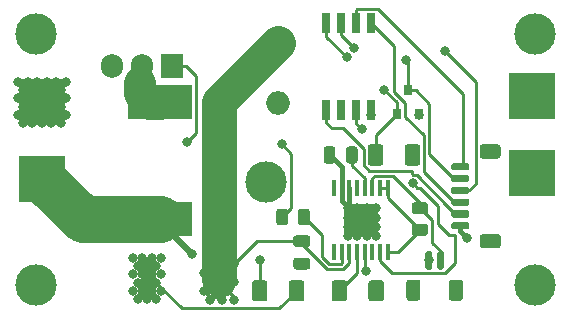
<source format=gbr>
%TF.GenerationSoftware,KiCad,Pcbnew,(5.1.9-0-10_14)*%
%TF.CreationDate,2021-02-27T23:24:30+08:00*%
%TF.ProjectId,xhp70-driver,78687037-302d-4647-9269-7665722e6b69,rev?*%
%TF.SameCoordinates,Original*%
%TF.FileFunction,Copper,L1,Top*%
%TF.FilePolarity,Positive*%
%FSLAX46Y46*%
G04 Gerber Fmt 4.6, Leading zero omitted, Abs format (unit mm)*
G04 Created by KiCad (PCBNEW (5.1.9-0-10_14)) date 2021-02-27 23:24:30*
%MOMM*%
%LPD*%
G01*
G04 APERTURE LIST*
%TA.AperFunction,ComponentPad*%
%ADD10C,3.500000*%
%TD*%
%TA.AperFunction,ComponentPad*%
%ADD11O,1.905000X2.000000*%
%TD*%
%TA.AperFunction,ComponentPad*%
%ADD12R,1.905000X2.000000*%
%TD*%
%TA.AperFunction,ComponentPad*%
%ADD13O,2.000000X2.000000*%
%TD*%
%TA.AperFunction,ComponentPad*%
%ADD14R,2.000000X2.000000*%
%TD*%
%TA.AperFunction,SMDPad,CuDef*%
%ADD15R,0.800000X0.900000*%
%TD*%
%TA.AperFunction,SMDPad,CuDef*%
%ADD16R,0.650000X1.700000*%
%TD*%
%TA.AperFunction,SMDPad,CuDef*%
%ADD17R,2.940000X2.720000*%
%TD*%
%TA.AperFunction,SMDPad,CuDef*%
%ADD18R,0.350000X1.400000*%
%TD*%
%TA.AperFunction,SMDPad,CuDef*%
%ADD19R,5.400000X2.900000*%
%TD*%
%TA.AperFunction,SMDPad,CuDef*%
%ADD20R,4.000000X4.000000*%
%TD*%
%TA.AperFunction,ViaPad*%
%ADD21C,0.800000*%
%TD*%
%TA.AperFunction,Conductor*%
%ADD22C,2.700000*%
%TD*%
%TA.AperFunction,Conductor*%
%ADD23C,3.000000*%
%TD*%
%TA.AperFunction,Conductor*%
%ADD24C,0.400000*%
%TD*%
%TA.AperFunction,Conductor*%
%ADD25C,0.250000*%
%TD*%
%TA.AperFunction,Conductor*%
%ADD26C,4.000000*%
%TD*%
%TA.AperFunction,Conductor*%
%ADD27C,0.500000*%
%TD*%
G04 APERTURE END LIST*
D10*
%TO.P,H3,1*%
%TO.N,N/C*%
X156750000Y-74500000D03*
%TD*%
%TO.P,J2,MP*%
%TO.N,N/C*%
%TA.AperFunction,SMDPad,CuDef*%
G36*
G01*
X152299999Y-70200000D02*
X153600001Y-70200000D01*
G75*
G02*
X153850000Y-70449999I0J-249999D01*
G01*
X153850000Y-71150001D01*
G75*
G02*
X153600001Y-71400000I-249999J0D01*
G01*
X152299999Y-71400000D01*
G75*
G02*
X152050000Y-71150001I0J249999D01*
G01*
X152050000Y-70449999D01*
G75*
G02*
X152299999Y-70200000I249999J0D01*
G01*
G37*
%TD.AperFunction*%
%TA.AperFunction,SMDPad,CuDef*%
G36*
G01*
X152299999Y-62600000D02*
X153600001Y-62600000D01*
G75*
G02*
X153850000Y-62849999I0J-249999D01*
G01*
X153850000Y-63550001D01*
G75*
G02*
X153600001Y-63800000I-249999J0D01*
G01*
X152299999Y-63800000D01*
G75*
G02*
X152050000Y-63550001I0J249999D01*
G01*
X152050000Y-62849999D01*
G75*
G02*
X152299999Y-62600000I249999J0D01*
G01*
G37*
%TD.AperFunction*%
%TO.P,J2,6*%
%TO.N,GND*%
%TA.AperFunction,SMDPad,CuDef*%
G36*
G01*
X149800000Y-69200000D02*
X151050000Y-69200000D01*
G75*
G02*
X151200000Y-69350000I0J-150000D01*
G01*
X151200000Y-69650000D01*
G75*
G02*
X151050000Y-69800000I-150000J0D01*
G01*
X149800000Y-69800000D01*
G75*
G02*
X149650000Y-69650000I0J150000D01*
G01*
X149650000Y-69350000D01*
G75*
G02*
X149800000Y-69200000I150000J0D01*
G01*
G37*
%TD.AperFunction*%
%TO.P,J2,5*%
%TO.N,Net-(J2-Pad5)*%
%TA.AperFunction,SMDPad,CuDef*%
G36*
G01*
X149800000Y-68200000D02*
X151050000Y-68200000D01*
G75*
G02*
X151200000Y-68350000I0J-150000D01*
G01*
X151200000Y-68650000D01*
G75*
G02*
X151050000Y-68800000I-150000J0D01*
G01*
X149800000Y-68800000D01*
G75*
G02*
X149650000Y-68650000I0J150000D01*
G01*
X149650000Y-68350000D01*
G75*
G02*
X149800000Y-68200000I150000J0D01*
G01*
G37*
%TD.AperFunction*%
%TO.P,J2,4*%
%TO.N,Net-(J2-Pad4)*%
%TA.AperFunction,SMDPad,CuDef*%
G36*
G01*
X149800000Y-67200000D02*
X151050000Y-67200000D01*
G75*
G02*
X151200000Y-67350000I0J-150000D01*
G01*
X151200000Y-67650000D01*
G75*
G02*
X151050000Y-67800000I-150000J0D01*
G01*
X149800000Y-67800000D01*
G75*
G02*
X149650000Y-67650000I0J150000D01*
G01*
X149650000Y-67350000D01*
G75*
G02*
X149800000Y-67200000I150000J0D01*
G01*
G37*
%TD.AperFunction*%
%TO.P,J2,3*%
%TO.N,Net-(J2-Pad3)*%
%TA.AperFunction,SMDPad,CuDef*%
G36*
G01*
X149800000Y-66200000D02*
X151050000Y-66200000D01*
G75*
G02*
X151200000Y-66350000I0J-150000D01*
G01*
X151200000Y-66650000D01*
G75*
G02*
X151050000Y-66800000I-150000J0D01*
G01*
X149800000Y-66800000D01*
G75*
G02*
X149650000Y-66650000I0J150000D01*
G01*
X149650000Y-66350000D01*
G75*
G02*
X149800000Y-66200000I150000J0D01*
G01*
G37*
%TD.AperFunction*%
%TO.P,J2,2*%
%TO.N,Net-(J2-Pad2)*%
%TA.AperFunction,SMDPad,CuDef*%
G36*
G01*
X149800000Y-65200000D02*
X151050000Y-65200000D01*
G75*
G02*
X151200000Y-65350000I0J-150000D01*
G01*
X151200000Y-65650000D01*
G75*
G02*
X151050000Y-65800000I-150000J0D01*
G01*
X149800000Y-65800000D01*
G75*
G02*
X149650000Y-65650000I0J150000D01*
G01*
X149650000Y-65350000D01*
G75*
G02*
X149800000Y-65200000I150000J0D01*
G01*
G37*
%TD.AperFunction*%
%TO.P,J2,1*%
%TO.N,Net-(J2-Pad1)*%
%TA.AperFunction,SMDPad,CuDef*%
G36*
G01*
X149800000Y-64200000D02*
X151050000Y-64200000D01*
G75*
G02*
X151200000Y-64350000I0J-150000D01*
G01*
X151200000Y-64650000D01*
G75*
G02*
X151050000Y-64800000I-150000J0D01*
G01*
X149800000Y-64800000D01*
G75*
G02*
X149650000Y-64650000I0J150000D01*
G01*
X149650000Y-64350000D01*
G75*
G02*
X149800000Y-64200000I150000J0D01*
G01*
G37*
%TD.AperFunction*%
%TD*%
D11*
%TO.P,Q1,3*%
%TO.N,GND*%
X120920000Y-56000000D03*
%TO.P,Q1,2*%
%TO.N,Net-(D1-Pad2)*%
X123460000Y-56000000D03*
D12*
%TO.P,Q1,1*%
%TO.N,Net-(Q1-Pad1)*%
X126000000Y-56000000D03*
%TD*%
D13*
%TO.P,D1,2*%
%TO.N,Net-(D1-Pad2)*%
X135000000Y-59080000D03*
D14*
%TO.P,D1,1*%
%TO.N,Batt+*%
X135000000Y-54000000D03*
%TD*%
D15*
%TO.P,U3,3*%
%TO.N,Net-(J2-Pad2)*%
X146000000Y-58000000D03*
%TO.P,U3,2*%
%TO.N,GND*%
X146950000Y-60000000D03*
%TO.P,U3,1*%
%TO.N,Batt+*%
X145050000Y-60000000D03*
%TD*%
D16*
%TO.P,U2,8*%
%TO.N,Net-(J2-Pad2)*%
X139095000Y-52350000D03*
%TO.P,U2,7*%
%TO.N,Net-(J2-Pad3)*%
X140365000Y-52350000D03*
%TO.P,U2,6*%
%TO.N,Net-(J2-Pad1)*%
X141635000Y-52350000D03*
%TO.P,U2,5*%
%TO.N,Net-(J2-Pad4)*%
X142905000Y-52350000D03*
%TO.P,U2,4*%
%TO.N,GND*%
X142905000Y-59650000D03*
%TO.P,U2,3*%
%TO.N,PWM*%
X141635000Y-59650000D03*
%TO.P,U2,2*%
%TO.N,Net-(U2-Pad2)*%
X140365000Y-59650000D03*
%TO.P,U2,1*%
%TO.N,Net-(J2-Pad5)*%
X139095000Y-59650000D03*
%TD*%
D17*
%TO.P,U1,17*%
%TO.N,GND*%
X142000000Y-69000000D03*
D18*
%TO.P,U1,8*%
%TO.N,Net-(U1-Pad8)*%
X139725000Y-66300000D03*
%TO.P,U1,9*%
%TO.N,Net-(U1-Pad9)*%
X139725000Y-71700000D03*
%TO.P,U1,7*%
%TO.N,GND*%
X140375000Y-66300000D03*
%TO.P,U1,10*%
%TO.N,Net-(R3-Pad2)*%
X140375000Y-71700000D03*
%TO.P,U1,6*%
%TO.N,GND*%
X141025000Y-66300000D03*
%TO.P,U1,11*%
%TO.N,Batt+*%
X141025000Y-71700000D03*
%TO.P,U1,5*%
%TO.N,Net-(U1-Pad5)*%
X141675000Y-66300000D03*
%TO.P,U1,12*%
%TO.N,Batt+*%
X141675000Y-71700000D03*
%TO.P,U1,4*%
%TO.N,Net-(C6-Pad1)*%
X142325000Y-66300000D03*
%TO.P,U1,13*%
%TO.N,Net-(C3-Pad2)*%
X142325000Y-71700000D03*
%TO.P,U1,3*%
%TO.N,Net-(R4-Pad2)*%
X142975000Y-66300000D03*
%TO.P,U1,14*%
%TO.N,Net-(U1-Pad14)*%
X142975000Y-71700000D03*
%TO.P,U1,2*%
%TO.N,Net-(R4-Pad1)*%
X143625000Y-66300000D03*
%TO.P,U1,15*%
%TO.N,PWM*%
X143625000Y-71700000D03*
%TO.P,U1,1*%
%TO.N,Net-(R4-Pad1)*%
X144275000Y-66300000D03*
%TO.P,U1,16*%
X144275000Y-71700000D03*
%TD*%
%TO.P,R5,MP*%
%TO.N,N/C*%
%TA.AperFunction,SMDPad,CuDef*%
G36*
G01*
X147050000Y-74299999D02*
X147050000Y-75600001D01*
G75*
G02*
X146800001Y-75850000I-249999J0D01*
G01*
X146099999Y-75850000D01*
G75*
G02*
X145850000Y-75600001I0J249999D01*
G01*
X145850000Y-74299999D01*
G75*
G02*
X146099999Y-74050000I249999J0D01*
G01*
X146800001Y-74050000D01*
G75*
G02*
X147050000Y-74299999I0J-249999D01*
G01*
G37*
%TD.AperFunction*%
%TA.AperFunction,SMDPad,CuDef*%
G36*
G01*
X150650000Y-74299999D02*
X150650000Y-75600001D01*
G75*
G02*
X150400001Y-75850000I-249999J0D01*
G01*
X149699999Y-75850000D01*
G75*
G02*
X149450000Y-75600001I0J249999D01*
G01*
X149450000Y-74299999D01*
G75*
G02*
X149699999Y-74050000I249999J0D01*
G01*
X150400001Y-74050000D01*
G75*
G02*
X150650000Y-74299999I0J-249999D01*
G01*
G37*
%TD.AperFunction*%
%TO.P,R5,2*%
%TO.N,GND*%
%TA.AperFunction,SMDPad,CuDef*%
G36*
G01*
X148050000Y-71800000D02*
X148050000Y-73050000D01*
G75*
G02*
X147900000Y-73200000I-150000J0D01*
G01*
X147600000Y-73200000D01*
G75*
G02*
X147450000Y-73050000I0J150000D01*
G01*
X147450000Y-71800000D01*
G75*
G02*
X147600000Y-71650000I150000J0D01*
G01*
X147900000Y-71650000D01*
G75*
G02*
X148050000Y-71800000I0J-150000D01*
G01*
G37*
%TD.AperFunction*%
%TO.P,R5,1*%
%TO.N,Net-(R4-Pad2)*%
%TA.AperFunction,SMDPad,CuDef*%
G36*
G01*
X149050000Y-71800000D02*
X149050000Y-73050000D01*
G75*
G02*
X148900000Y-73200000I-150000J0D01*
G01*
X148600000Y-73200000D01*
G75*
G02*
X148450000Y-73050000I0J150000D01*
G01*
X148450000Y-71800000D01*
G75*
G02*
X148600000Y-71650000I150000J0D01*
G01*
X148900000Y-71650000D01*
G75*
G02*
X149050000Y-71800000I0J-150000D01*
G01*
G37*
%TD.AperFunction*%
%TD*%
%TO.P,R4,2*%
%TO.N,Net-(R4-Pad2)*%
%TA.AperFunction,SMDPad,CuDef*%
G36*
G01*
X147450001Y-68512500D02*
X146549999Y-68512500D01*
G75*
G02*
X146300000Y-68262501I0J249999D01*
G01*
X146300000Y-67737499D01*
G75*
G02*
X146549999Y-67487500I249999J0D01*
G01*
X147450001Y-67487500D01*
G75*
G02*
X147700000Y-67737499I0J-249999D01*
G01*
X147700000Y-68262501D01*
G75*
G02*
X147450001Y-68512500I-249999J0D01*
G01*
G37*
%TD.AperFunction*%
%TO.P,R4,1*%
%TO.N,Net-(R4-Pad1)*%
%TA.AperFunction,SMDPad,CuDef*%
G36*
G01*
X147450001Y-70337500D02*
X146549999Y-70337500D01*
G75*
G02*
X146300000Y-70087501I0J249999D01*
G01*
X146300000Y-69562499D01*
G75*
G02*
X146549999Y-69312500I249999J0D01*
G01*
X147450001Y-69312500D01*
G75*
G02*
X147700000Y-69562499I0J-249999D01*
G01*
X147700000Y-70087501D01*
G75*
G02*
X147450001Y-70337500I-249999J0D01*
G01*
G37*
%TD.AperFunction*%
%TD*%
%TO.P,R3,2*%
%TO.N,Net-(R3-Pad2)*%
%TA.AperFunction,SMDPad,CuDef*%
G36*
G01*
X136650000Y-69200001D02*
X136650000Y-68299999D01*
G75*
G02*
X136899999Y-68050000I249999J0D01*
G01*
X137425001Y-68050000D01*
G75*
G02*
X137675000Y-68299999I0J-249999D01*
G01*
X137675000Y-69200001D01*
G75*
G02*
X137425001Y-69450000I-249999J0D01*
G01*
X136899999Y-69450000D01*
G75*
G02*
X136650000Y-69200001I0J249999D01*
G01*
G37*
%TD.AperFunction*%
%TO.P,R3,1*%
%TO.N,Net-(Q1-Pad1)*%
%TA.AperFunction,SMDPad,CuDef*%
G36*
G01*
X134825000Y-69200001D02*
X134825000Y-68299999D01*
G75*
G02*
X135074999Y-68050000I249999J0D01*
G01*
X135600001Y-68050000D01*
G75*
G02*
X135850000Y-68299999I0J-249999D01*
G01*
X135850000Y-69200001D01*
G75*
G02*
X135600001Y-69450000I-249999J0D01*
G01*
X135074999Y-69450000D01*
G75*
G02*
X134825000Y-69200001I0J249999D01*
G01*
G37*
%TD.AperFunction*%
%TD*%
%TO.P,R1,2*%
%TO.N,Net-(C3-Pad2)*%
%TA.AperFunction,SMDPad,CuDef*%
G36*
G01*
X124650000Y-72575000D02*
X124650000Y-75425000D01*
G75*
G02*
X124400000Y-75675000I-250000J0D01*
G01*
X123675000Y-75675000D01*
G75*
G02*
X123425000Y-75425000I0J250000D01*
G01*
X123425000Y-72575000D01*
G75*
G02*
X123675000Y-72325000I250000J0D01*
G01*
X124400000Y-72325000D01*
G75*
G02*
X124650000Y-72575000I0J-250000D01*
G01*
G37*
%TD.AperFunction*%
%TO.P,R1,1*%
%TO.N,Batt+*%
%TA.AperFunction,SMDPad,CuDef*%
G36*
G01*
X130575000Y-72575000D02*
X130575000Y-75425000D01*
G75*
G02*
X130325000Y-75675000I-250000J0D01*
G01*
X129600000Y-75675000D01*
G75*
G02*
X129350000Y-75425000I0J250000D01*
G01*
X129350000Y-72575000D01*
G75*
G02*
X129600000Y-72325000I250000J0D01*
G01*
X130325000Y-72325000D01*
G75*
G02*
X130575000Y-72575000I0J-250000D01*
G01*
G37*
%TD.AperFunction*%
%TD*%
D19*
%TO.P,L1,2*%
%TO.N,Net-(D1-Pad2)*%
X125000000Y-59050000D03*
%TO.P,L1,1*%
%TO.N,Net-(C3-Pad1)*%
X125000000Y-68950000D03*
%TD*%
D20*
%TO.P,J1,2*%
%TO.N,GND*%
X156500000Y-65000000D03*
%TO.P,J1,1*%
%TO.N,Batt+*%
X156500000Y-58500000D03*
%TD*%
%TO.P,D2,2*%
%TO.N,Net-(C3-Pad2)*%
X115000000Y-59000000D03*
%TO.P,D2,1*%
%TO.N,Net-(C3-Pad1)*%
X115000000Y-65500000D03*
%TD*%
%TO.P,C6,2*%
%TO.N,GND*%
%TA.AperFunction,SMDPad,CuDef*%
G36*
G01*
X139850000Y-63025000D02*
X139850000Y-63975000D01*
G75*
G02*
X139600000Y-64225000I-250000J0D01*
G01*
X139100000Y-64225000D01*
G75*
G02*
X138850000Y-63975000I0J250000D01*
G01*
X138850000Y-63025000D01*
G75*
G02*
X139100000Y-62775000I250000J0D01*
G01*
X139600000Y-62775000D01*
G75*
G02*
X139850000Y-63025000I0J-250000D01*
G01*
G37*
%TD.AperFunction*%
%TO.P,C6,1*%
%TO.N,Net-(C6-Pad1)*%
%TA.AperFunction,SMDPad,CuDef*%
G36*
G01*
X141750000Y-63025000D02*
X141750000Y-63975000D01*
G75*
G02*
X141500000Y-64225000I-250000J0D01*
G01*
X141000000Y-64225000D01*
G75*
G02*
X140750000Y-63975000I0J250000D01*
G01*
X140750000Y-63025000D01*
G75*
G02*
X141000000Y-62775000I250000J0D01*
G01*
X141500000Y-62775000D01*
G75*
G02*
X141750000Y-63025000I0J-250000D01*
G01*
G37*
%TD.AperFunction*%
%TD*%
%TO.P,C5,2*%
%TO.N,GND*%
%TA.AperFunction,SMDPad,CuDef*%
G36*
G01*
X136525000Y-72200000D02*
X137475000Y-72200000D01*
G75*
G02*
X137725000Y-72450000I0J-250000D01*
G01*
X137725000Y-72950000D01*
G75*
G02*
X137475000Y-73200000I-250000J0D01*
G01*
X136525000Y-73200000D01*
G75*
G02*
X136275000Y-72950000I0J250000D01*
G01*
X136275000Y-72450000D01*
G75*
G02*
X136525000Y-72200000I250000J0D01*
G01*
G37*
%TD.AperFunction*%
%TO.P,C5,1*%
%TO.N,Batt+*%
%TA.AperFunction,SMDPad,CuDef*%
G36*
G01*
X136525000Y-70300000D02*
X137475000Y-70300000D01*
G75*
G02*
X137725000Y-70550000I0J-250000D01*
G01*
X137725000Y-71050000D01*
G75*
G02*
X137475000Y-71300000I-250000J0D01*
G01*
X136525000Y-71300000D01*
G75*
G02*
X136275000Y-71050000I0J250000D01*
G01*
X136275000Y-70550000D01*
G75*
G02*
X136525000Y-70300000I250000J0D01*
G01*
G37*
%TD.AperFunction*%
%TD*%
%TO.P,C4,2*%
%TO.N,GND*%
%TA.AperFunction,SMDPad,CuDef*%
G36*
G01*
X145712500Y-64150001D02*
X145712500Y-62849999D01*
G75*
G02*
X145962499Y-62600000I249999J0D01*
G01*
X146787501Y-62600000D01*
G75*
G02*
X147037500Y-62849999I0J-249999D01*
G01*
X147037500Y-64150001D01*
G75*
G02*
X146787501Y-64400000I-249999J0D01*
G01*
X145962499Y-64400000D01*
G75*
G02*
X145712500Y-64150001I0J249999D01*
G01*
G37*
%TD.AperFunction*%
%TO.P,C4,1*%
%TO.N,Batt+*%
%TA.AperFunction,SMDPad,CuDef*%
G36*
G01*
X142587500Y-64150001D02*
X142587500Y-62849999D01*
G75*
G02*
X142837499Y-62600000I249999J0D01*
G01*
X143662501Y-62600000D01*
G75*
G02*
X143912500Y-62849999I0J-249999D01*
G01*
X143912500Y-64150001D01*
G75*
G02*
X143662501Y-64400000I-249999J0D01*
G01*
X142837499Y-64400000D01*
G75*
G02*
X142587500Y-64150001I0J249999D01*
G01*
G37*
%TD.AperFunction*%
%TD*%
%TO.P,C3,2*%
%TO.N,Net-(C3-Pad2)*%
%TA.AperFunction,SMDPad,CuDef*%
G36*
G01*
X135900000Y-75650001D02*
X135900000Y-74349999D01*
G75*
G02*
X136149999Y-74100000I249999J0D01*
G01*
X136975001Y-74100000D01*
G75*
G02*
X137225000Y-74349999I0J-249999D01*
G01*
X137225000Y-75650001D01*
G75*
G02*
X136975001Y-75900000I-249999J0D01*
G01*
X136149999Y-75900000D01*
G75*
G02*
X135900000Y-75650001I0J249999D01*
G01*
G37*
%TD.AperFunction*%
%TO.P,C3,1*%
%TO.N,Net-(C3-Pad1)*%
%TA.AperFunction,SMDPad,CuDef*%
G36*
G01*
X132775000Y-75650001D02*
X132775000Y-74349999D01*
G75*
G02*
X133024999Y-74100000I249999J0D01*
G01*
X133850001Y-74100000D01*
G75*
G02*
X134100000Y-74349999I0J-249999D01*
G01*
X134100000Y-75650001D01*
G75*
G02*
X133850001Y-75900000I-249999J0D01*
G01*
X133024999Y-75900000D01*
G75*
G02*
X132775000Y-75650001I0J249999D01*
G01*
G37*
%TD.AperFunction*%
%TD*%
%TO.P,C2,2*%
%TO.N,GND*%
%TA.AperFunction,SMDPad,CuDef*%
G36*
G01*
X142650000Y-75650001D02*
X142650000Y-74349999D01*
G75*
G02*
X142899999Y-74100000I249999J0D01*
G01*
X143725001Y-74100000D01*
G75*
G02*
X143975000Y-74349999I0J-249999D01*
G01*
X143975000Y-75650001D01*
G75*
G02*
X143725001Y-75900000I-249999J0D01*
G01*
X142899999Y-75900000D01*
G75*
G02*
X142650000Y-75650001I0J249999D01*
G01*
G37*
%TD.AperFunction*%
%TO.P,C2,1*%
%TO.N,Batt+*%
%TA.AperFunction,SMDPad,CuDef*%
G36*
G01*
X139525000Y-75650001D02*
X139525000Y-74349999D01*
G75*
G02*
X139774999Y-74100000I249999J0D01*
G01*
X140600001Y-74100000D01*
G75*
G02*
X140850000Y-74349999I0J-249999D01*
G01*
X140850000Y-75650001D01*
G75*
G02*
X140600001Y-75900000I-249999J0D01*
G01*
X139774999Y-75900000D01*
G75*
G02*
X139525000Y-75650001I0J249999D01*
G01*
G37*
%TD.AperFunction*%
%TD*%
D10*
%TO.P,H1,1*%
%TO.N,N/C*%
X114500000Y-53250000D03*
%TD*%
%TO.P,H5,1*%
%TO.N,N/C*%
X134000000Y-65750000D03*
%TD*%
%TO.P,H4,1*%
%TO.N,N/C*%
X156750000Y-53250000D03*
%TD*%
%TO.P,H2,1*%
%TO.N,N/C*%
X114500000Y-74500000D03*
%TD*%
D21*
%TO.N,GND*%
X137000000Y-72700000D03*
%TO.N,Batt+*%
X158000000Y-59000000D03*
X158000000Y-60000000D03*
X157000000Y-60000000D03*
X157000000Y-59000000D03*
X156000000Y-59000000D03*
X156000000Y-60000000D03*
X155000000Y-60000000D03*
X155000000Y-59000000D03*
X155000000Y-58000000D03*
X156000000Y-58000000D03*
X157000000Y-58000000D03*
X158000000Y-58000000D03*
X158000000Y-57000000D03*
X157000000Y-57000000D03*
X156000000Y-57000000D03*
X155000000Y-57000000D03*
%TO.N,GND*%
X158000000Y-63500000D03*
X157000000Y-63500000D03*
X156000000Y-63500000D03*
X155000000Y-63500000D03*
X155000000Y-64500000D03*
X156000000Y-64500000D03*
X157000000Y-64500000D03*
X158000000Y-64500000D03*
X156000000Y-66500000D03*
X157000000Y-66500000D03*
X158000000Y-66500000D03*
X155000000Y-66500000D03*
X155000000Y-65500000D03*
X156000000Y-65500000D03*
X158000000Y-65500000D03*
X157000000Y-65500000D03*
X147750000Y-72425000D03*
X140900000Y-68000000D03*
X141700000Y-68000000D03*
X142500000Y-68000000D03*
X143300000Y-68000000D03*
X140900000Y-68800000D03*
X141700000Y-68800000D03*
X142500000Y-68800000D03*
X143300000Y-68800000D03*
X143300000Y-69600000D03*
X142500000Y-69600000D03*
X141700000Y-69600000D03*
X140900000Y-69600000D03*
X140900000Y-70400000D03*
X141700000Y-70400000D03*
X142500000Y-70400000D03*
X143300000Y-70400000D03*
X139350000Y-63500000D03*
X142838803Y-60100000D03*
X146950000Y-60100000D03*
X146375000Y-63500000D03*
X151000000Y-70500000D03*
%TO.N,Net-(C3-Pad2)*%
X122700000Y-72200000D03*
X123500000Y-72200000D03*
X124300000Y-72200000D03*
X125100000Y-72200000D03*
X124700000Y-72900000D03*
X123900000Y-72900000D03*
X123100000Y-72900000D03*
X125100000Y-73600000D03*
X122700000Y-73600000D03*
X124300000Y-73600000D03*
X123500000Y-73600000D03*
X123900000Y-74300000D03*
X123100000Y-74300000D03*
X124700000Y-74300000D03*
X125100000Y-75000000D03*
X123900000Y-75700000D03*
X123100000Y-75700000D03*
X124700000Y-75700000D03*
X123500000Y-75000000D03*
X124300000Y-75000000D03*
X122700000Y-75000000D03*
X113000000Y-57300000D03*
X142400000Y-73300000D03*
X136562500Y-75000000D03*
X136562500Y-75000000D03*
X113800000Y-57300000D03*
X114600000Y-57300000D03*
X115400000Y-57300000D03*
X116200000Y-57300000D03*
X116600000Y-58000000D03*
X115000000Y-58000000D03*
X114200000Y-58000000D03*
X115800000Y-58000000D03*
X113400000Y-58000000D03*
X117000000Y-57300000D03*
X116200000Y-58700000D03*
X116600000Y-59400000D03*
X114200000Y-59400000D03*
X114600000Y-58700000D03*
X115000000Y-59400000D03*
X113400000Y-59400000D03*
X115800000Y-59400000D03*
X117000000Y-58700000D03*
X113800000Y-58700000D03*
X115400000Y-58700000D03*
X113000000Y-58700000D03*
X115800000Y-60800000D03*
X113000000Y-60100000D03*
X115400000Y-60100000D03*
X114200000Y-60800000D03*
X116600000Y-60800000D03*
X115000000Y-60800000D03*
X113800000Y-60100000D03*
X117000000Y-60100000D03*
X116200000Y-60100000D03*
X114600000Y-60100000D03*
X113400000Y-60800000D03*
%TO.N,Net-(Q1-Pad1)*%
X127300000Y-62400000D03*
X135300000Y-62600000D03*
%TO.N,Batt+*%
X129250000Y-72750000D03*
X130250000Y-72750000D03*
X131250000Y-72750000D03*
X130750000Y-73500000D03*
X129750000Y-73500000D03*
X128750000Y-73500000D03*
X131250000Y-74250000D03*
X129250000Y-74250000D03*
X130250000Y-74250000D03*
X129250000Y-75750000D03*
X130250000Y-75750000D03*
X131250000Y-75750000D03*
X130750000Y-75000000D03*
X128750000Y-75000000D03*
X129750000Y-75000000D03*
X144000000Y-58000000D03*
%TO.N,Net-(J2-Pad3)*%
X141440186Y-54431777D03*
X149100000Y-54700000D03*
%TO.N,Net-(J2-Pad2)*%
X145800000Y-55500000D03*
X140800000Y-55200000D03*
%TO.N,PWM*%
X142100000Y-61300000D03*
X146387347Y-65912653D03*
%TO.N,Net-(C3-Pad1)*%
X133500000Y-72400000D03*
X127700000Y-71900000D03*
%TD*%
D22*
%TO.N,Net-(D1-Pad2)*%
X124037498Y-59050000D02*
X123347499Y-58360001D01*
X123347499Y-58360001D02*
X123347499Y-57371216D01*
D23*
X125000000Y-59050000D02*
X124037498Y-59050000D01*
D24*
%TO.N,GND*%
X141025000Y-68025000D02*
X141150000Y-68150000D01*
X141025000Y-66300000D02*
X141025000Y-68025000D01*
X140375000Y-67375000D02*
X142000000Y-69000000D01*
X140375000Y-66300000D02*
X140375000Y-67375000D01*
X140375000Y-64525000D02*
X139350000Y-63500000D01*
X140375000Y-66300000D02*
X140375000Y-64525000D01*
X141150000Y-68150000D02*
X142000000Y-69000000D01*
X150425000Y-69925000D02*
X151000000Y-70500000D01*
X150425000Y-69500000D02*
X150425000Y-69925000D01*
D25*
%TO.N,Net-(C3-Pad2)*%
X142325000Y-73225000D02*
X142400000Y-73300000D01*
X142325000Y-71700000D02*
X142325000Y-73225000D01*
X135087499Y-76475001D02*
X136562500Y-75000000D01*
X126875001Y-76475001D02*
X135087499Y-76475001D01*
X124700000Y-74300000D02*
X126875001Y-76475001D01*
%TO.N,Net-(Q1-Pad1)*%
X128025001Y-61674999D02*
X127300000Y-62400000D01*
X128025001Y-56822501D02*
X128025001Y-61674999D01*
X127202500Y-56000000D02*
X128025001Y-56822501D01*
X126000000Y-56000000D02*
X127202500Y-56000000D01*
X136075001Y-68012499D02*
X135337500Y-68750000D01*
X136075001Y-63375001D02*
X136075001Y-68012499D01*
X135300000Y-62600000D02*
X136075001Y-63375001D01*
%TO.N,Net-(R3-Pad2)*%
X137162500Y-68750000D02*
X138700000Y-70287500D01*
X140375000Y-72650000D02*
X140375000Y-71700000D01*
X139289999Y-72725001D02*
X140299999Y-72725001D01*
X140299999Y-72725001D02*
X140375000Y-72650000D01*
X138700000Y-72135002D02*
X139289999Y-72725001D01*
X138700000Y-70287500D02*
X138700000Y-72135002D01*
D23*
%TO.N,Batt+*%
X129962500Y-59037500D02*
X129962500Y-73787500D01*
X135000000Y-54000000D02*
X129962500Y-59037500D01*
X129962500Y-73787500D02*
X129962500Y-74000000D01*
D25*
X141675000Y-73512500D02*
X140187500Y-75000000D01*
X141675000Y-71700000D02*
X141675000Y-73512500D01*
X137000000Y-71071412D02*
X137000000Y-70800000D01*
X139103598Y-73175010D02*
X137000000Y-71071412D01*
X140499989Y-73175011D02*
X139103598Y-73175010D01*
X141025000Y-72650000D02*
X140499989Y-73175011D01*
X141025000Y-71700000D02*
X141025000Y-72650000D01*
X133200000Y-70800000D02*
X131250000Y-72750000D01*
X137000000Y-70800000D02*
X133200000Y-70800000D01*
X130250000Y-75500000D02*
X130750000Y-75000000D01*
X130250000Y-75750000D02*
X130250000Y-75500000D01*
X129250000Y-75500000D02*
X128750000Y-75000000D01*
X129250000Y-75750000D02*
X129250000Y-75500000D01*
X131250000Y-75500000D02*
X130750000Y-75000000D01*
X131250000Y-75750000D02*
X131250000Y-75500000D01*
X145050000Y-59050000D02*
X144000000Y-58000000D01*
X145050000Y-60000000D02*
X145050000Y-59050000D01*
X143250000Y-61800000D02*
X145050000Y-60000000D01*
X143250000Y-63500000D02*
X143250000Y-61800000D01*
%TO.N,Net-(J2-Pad5)*%
X142699299Y-64824989D02*
X146324989Y-64824989D01*
X150000000Y-68500000D02*
X150675000Y-68500000D01*
X142262490Y-62974300D02*
X142262490Y-64388180D01*
X140483190Y-61195000D02*
X142262490Y-62974300D01*
X139540000Y-61195000D02*
X140483190Y-61195000D01*
X142262490Y-64388180D02*
X142699299Y-64824989D01*
X139095000Y-60750000D02*
X139540000Y-61195000D01*
X139095000Y-59650000D02*
X139095000Y-60750000D01*
X149978232Y-68500000D02*
X150425000Y-68500000D01*
X149324990Y-67846758D02*
X149978232Y-68500000D01*
X146735348Y-65187652D02*
X149324990Y-67777294D01*
X146437652Y-65187652D02*
X146735348Y-65187652D01*
X149324990Y-67777294D02*
X149324990Y-67846758D01*
X146324989Y-65074989D02*
X146437652Y-65187652D01*
X146324989Y-64824989D02*
X146324989Y-65074989D01*
%TO.N,Net-(J2-Pad4)*%
X144800000Y-54245000D02*
X142905000Y-52350000D01*
X145775001Y-59138591D02*
X144800000Y-58163590D01*
X145775001Y-60260003D02*
X145775001Y-59138591D01*
X147362510Y-61847512D02*
X145775001Y-60260003D01*
X147362510Y-64962510D02*
X147362510Y-61847512D01*
X144800000Y-58163590D02*
X144800000Y-54245000D01*
X149900000Y-67500000D02*
X147362510Y-64962510D01*
X150675000Y-67500000D02*
X149900000Y-67500000D01*
%TO.N,Net-(J2-Pad3)*%
X140365000Y-53356591D02*
X141440186Y-54431777D01*
X140365000Y-52350000D02*
X140365000Y-53356591D01*
X151724990Y-57324990D02*
X149100000Y-54700000D01*
X151724990Y-65975010D02*
X151724990Y-57324990D01*
X151200000Y-66500000D02*
X151724990Y-65975010D01*
X150425000Y-66500000D02*
X151200000Y-66500000D01*
%TO.N,Net-(J2-Pad2)*%
X146650000Y-58000000D02*
X146000000Y-58000000D01*
X147812520Y-59162520D02*
X146650000Y-58000000D01*
X147812520Y-63412520D02*
X147812520Y-59162520D01*
X149900000Y-65500000D02*
X147812520Y-63412520D01*
X150675000Y-65500000D02*
X149900000Y-65500000D01*
X146000000Y-55700000D02*
X145800000Y-55500000D01*
X146000000Y-58000000D02*
X146000000Y-55700000D01*
X139095000Y-53495000D02*
X139095000Y-52350000D01*
X140800000Y-55200000D02*
X139095000Y-53495000D01*
%TO.N,PWM*%
X141635000Y-60835000D02*
X142100000Y-61300000D01*
X141635000Y-59650000D02*
X141635000Y-60835000D01*
X146787346Y-66312652D02*
X147012652Y-66312652D01*
X146387347Y-65912653D02*
X146787346Y-66312652D01*
X148515297Y-67815297D02*
X148515297Y-69309317D01*
X148515297Y-69309317D02*
X149505980Y-70300000D01*
X147012652Y-66312652D02*
X148515297Y-67815297D01*
X149505980Y-70300000D02*
X150000000Y-70300000D01*
X143625000Y-72510002D02*
X143625000Y-71700000D01*
X144640008Y-73525010D02*
X143625000Y-72510002D01*
X149096758Y-73525010D02*
X144640008Y-73525010D01*
X150000000Y-72621768D02*
X149096758Y-73525010D01*
X150000000Y-70300000D02*
X150000000Y-72621768D01*
%TO.N,Net-(J2-Pad1)*%
X150675000Y-58359998D02*
X150675000Y-64500000D01*
X141710001Y-51174999D02*
X143490001Y-51174999D01*
X143490001Y-51174999D02*
X150675000Y-58359998D01*
X141635000Y-51250000D02*
X141710001Y-51174999D01*
X141635000Y-52350000D02*
X141635000Y-51250000D01*
D26*
%TO.N,Net-(C3-Pad1)*%
X118450000Y-68950000D02*
X115000000Y-65500000D01*
X125000000Y-68950000D02*
X118450000Y-68950000D01*
D25*
X133437500Y-72462500D02*
X133500000Y-72400000D01*
X133437500Y-75000000D02*
X133437500Y-72462500D01*
X125000000Y-69200000D02*
X125000000Y-68950000D01*
D27*
X127700000Y-71900000D02*
X125000000Y-69200000D01*
D25*
%TO.N,Net-(C6-Pad1)*%
X141250000Y-64414998D02*
X142325000Y-65489998D01*
X142325000Y-65489998D02*
X142325000Y-66300000D01*
X141250000Y-63500000D02*
X141250000Y-64414998D01*
%TO.N,Net-(R4-Pad2)*%
X142975000Y-65489998D02*
X142975000Y-66300000D01*
X143189999Y-65274999D02*
X142975000Y-65489998D01*
X144710001Y-65274999D02*
X143189999Y-65274999D01*
X147000000Y-67564998D02*
X144710001Y-65274999D01*
X147000000Y-68000000D02*
X147000000Y-67564998D01*
X148750000Y-71650000D02*
X148750000Y-72425000D01*
X148025010Y-70925010D02*
X148750000Y-71650000D01*
X148025010Y-69025010D02*
X148025010Y-70925010D01*
X147000000Y-68000000D02*
X148025010Y-69025010D01*
%TO.N,Net-(R4-Pad1)*%
X145125000Y-71700000D02*
X147000000Y-69825000D01*
X144275000Y-71700000D02*
X145125000Y-71700000D01*
X144275000Y-67100000D02*
X144275000Y-66300000D01*
X147000000Y-69825000D02*
X144275000Y-67100000D01*
X144275000Y-66300000D02*
X143625000Y-66300000D01*
%TD*%
M02*

</source>
